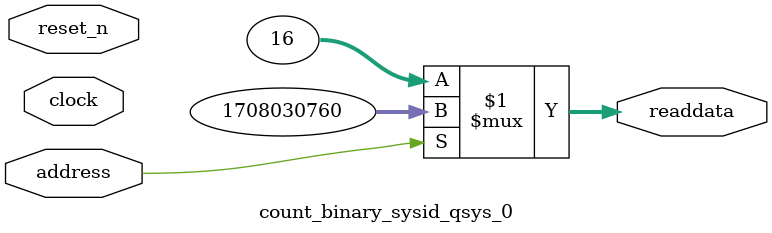
<source format=v>



// synthesis translate_off
`timescale 1ns / 1ps
// synthesis translate_on

// turn off superfluous verilog processor warnings 
// altera message_level Level1 
// altera message_off 10034 10035 10036 10037 10230 10240 10030 

module count_binary_sysid_qsys_0 (
               // inputs:
                address,
                clock,
                reset_n,

               // outputs:
                readdata
             )
;

  output  [ 31: 0] readdata;
  input            address;
  input            clock;
  input            reset_n;

  wire    [ 31: 0] readdata;
  //control_slave, which is an e_avalon_slave
  assign readdata = address ? 1708030760 : 16;

endmodule



</source>
